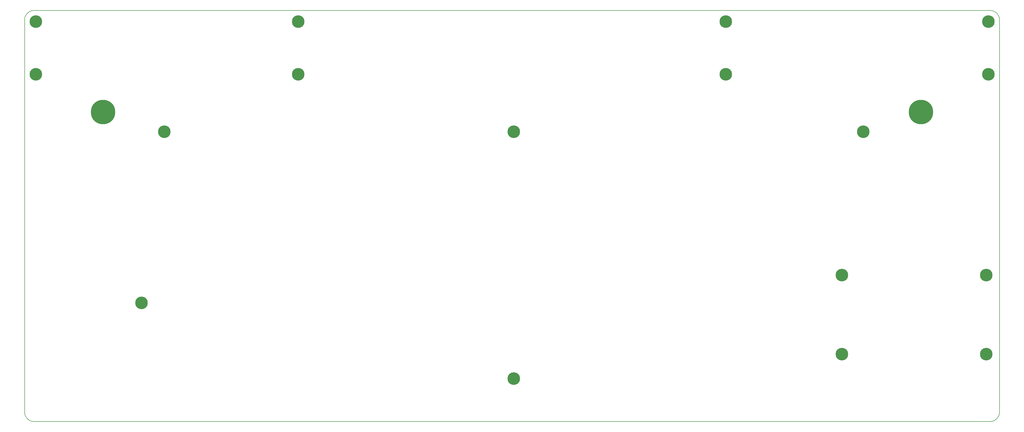
<source format=gbr>
G04 #@! TF.GenerationSoftware,KiCad,Pcbnew,(5.1.12)-1*
G04 #@! TF.CreationDate,2022-04-13T19:57:19+05:30*
G04 #@! TF.ProjectId,mysterium-bottom,6d797374-6572-4697-956d-2d626f74746f,rev?*
G04 #@! TF.SameCoordinates,Original*
G04 #@! TF.FileFunction,Soldermask,Top*
G04 #@! TF.FilePolarity,Negative*
%FSLAX46Y46*%
G04 Gerber Fmt 4.6, Leading zero omitted, Abs format (unit mm)*
G04 Created by KiCad (PCBNEW (5.1.12)-1) date 2022-04-13 19:57:19*
%MOMM*%
%LPD*%
G01*
G04 APERTURE LIST*
G04 #@! TA.AperFunction,Profile*
%ADD10C,0.150000*%
G04 #@! TD*
%ADD11C,8.702000*%
%ADD12C,4.502000*%
G04 APERTURE END LIST*
D10*
X384213099Y-204169841D02*
G75*
G02*
X380909040Y-207479900I-3307059J-3000D01*
G01*
X380903041Y-60863401D02*
G75*
G02*
X384213100Y-64167460I3000J-3307059D01*
G01*
X36550601Y-64173459D02*
G75*
G02*
X39854660Y-60863400I3307059J3000D01*
G01*
X39860659Y-207479899D02*
G75*
G02*
X36550600Y-204175840I-3000J3307059D01*
G01*
X384213100Y-64167460D02*
X384213099Y-204169841D01*
X380909040Y-207479900D02*
X39860659Y-207479899D01*
X36550600Y-204175840D02*
X36550601Y-64173459D01*
X39854660Y-60863400D02*
X380903041Y-60863400D01*
X384213099Y-204169841D02*
G75*
G02*
X380909040Y-207479900I-3307059J-3000D01*
G01*
X380903041Y-60863401D02*
G75*
G02*
X384213100Y-64167460I3000J-3307059D01*
G01*
X36550601Y-64173459D02*
G75*
G02*
X39854660Y-60863400I3307059J3000D01*
G01*
X39860659Y-207479899D02*
G75*
G02*
X36550600Y-204175840I-3000J3307059D01*
G01*
X384213100Y-64167460D02*
X384213099Y-204169841D01*
X380909040Y-207479900D02*
X39860659Y-207479899D01*
X36550600Y-204175840D02*
X36550601Y-64173459D01*
X39854660Y-60863400D02*
X380903041Y-60863400D01*
D11*
X356213100Y-97053400D03*
X64550600Y-97053400D03*
D12*
X286626300Y-83613400D03*
X134137400Y-83613400D03*
X286626300Y-64863400D03*
X40550600Y-64863400D03*
X379523512Y-183454800D03*
X327986788Y-183454800D03*
X379523512Y-155219400D03*
X327986788Y-155219400D03*
X78257400Y-165125400D03*
X86360000Y-104152700D03*
X335597500Y-104152700D03*
X211018120Y-192186560D03*
X211016251Y-104152700D03*
X134137400Y-64863400D03*
X380213100Y-64863400D03*
X380213100Y-83613400D03*
X40550600Y-83613400D03*
M02*

</source>
